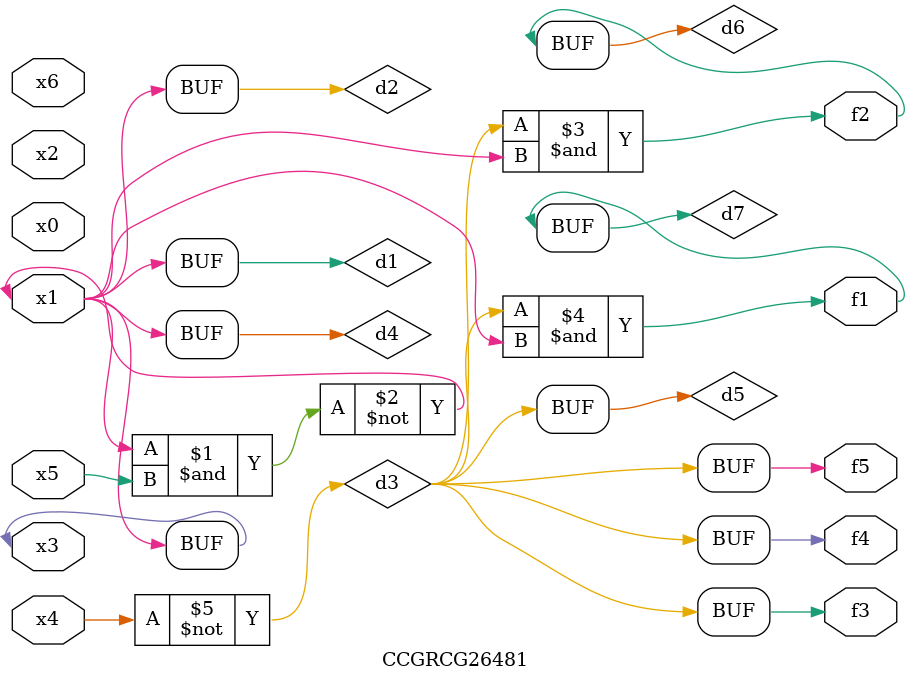
<source format=v>
module CCGRCG26481(
	input x0, x1, x2, x3, x4, x5, x6,
	output f1, f2, f3, f4, f5
);

	wire d1, d2, d3, d4, d5, d6, d7;

	buf (d1, x1, x3);
	nand (d2, x1, x5);
	not (d3, x4);
	buf (d4, d1, d2);
	buf (d5, d3);
	and (d6, d3, d4);
	and (d7, d3, d4);
	assign f1 = d7;
	assign f2 = d6;
	assign f3 = d5;
	assign f4 = d5;
	assign f5 = d5;
endmodule

</source>
